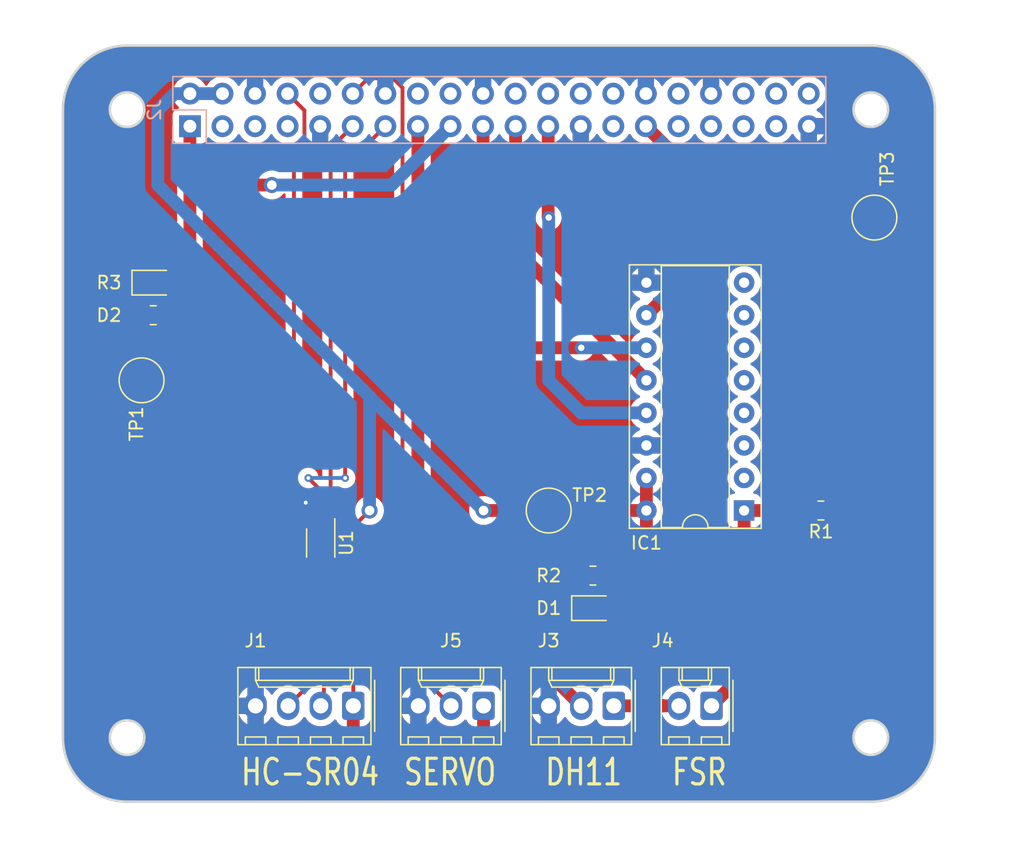
<source format=kicad_pcb>
(kicad_pcb (version 20221018) (generator pcbnew)
  (layers (0 "F.Cu" signal) (31 "B.Cu" signal) (34 "B.Paste" user) (35 "F.Paste" user) (36 "B.SilkS" user "B.Silkscreen") (37 "F.SilkS" user "F.Silkscreen") (38 "B.Mask" user) (39 "F.Mask" user) (44 "Edge.Cuts" user))
  (net 0 "")
  (net 1 "+5V")
  (net 2 "+3.3V")
  (net 5 "GND")
  (net 8 "/Trigger_3.3VTTL")
  (net 9 "/PWM_0")
  (net 10 "/Echo_3.3VTTL")
  (net 11 "/Data_3.3VTTL")
  (net 17 "/ConverterDir")
  (net 27 "/Echo_5VTTL")
  (net 28 "/Trigger_5VTTL")
  (net 29 "/ForceVoltage")
  (net 37 "/CS")
  (net 38 "/MOSI")
  (net 39 "/MISO")
  (net 40 "/SCLK")
  (net 41 "Net-(D1-K)")
  (net 42 "Net-(D2-K)")
  (footprint "Resistor_SMD:R_0805_2012Metric" (layer "F.Cu") (at 152.0425 66.04)
    (fp_text reference "R3" (at -3.4525 -2.54 180) (layer "F.SilkS"))
    (fp_text value "R600")
    (fp_line (start -0.227064 -0.735) (end 0.227064 -0.735) (stroke (width 0.12)) (layer "F.SilkS"))
    (fp_line (start -0.227064 0.735) (end 0.227064 0.735) (stroke (width 0.12)) (layer "F.SilkS"))
    (pad "1" smd roundrect (at -0.9125 0) (size 1.025 1.4) (layers "F.Cu" "F.Paste" "F.Mask") (roundrect_rratio 0.243902439) (net 42 "Net-(D2-K)"))
    (pad "2" smd roundrect (at 0.9125 0) (size 1.025 1.4) (layers "F.Cu" "F.Paste" "F.Mask") (roundrect_rratio 0.243902439) (net 5 "GND"))
  )
  (footprint "Connector_Molex:Molex_KK-254_AE-6410-03A_1x03_P2.54mm_Vertical" (layer "F.Cu") (at 177.8 96.52 180)
    (fp_text reference "J5" (at 2.54 5.08) (layer "F.SilkS"))
    (fp_text value "Conn_01x03")
    (fp_line (start -1.67 -2) (end -1.67 2) (stroke (width 0.12)) (layer "F.SilkS"))
    (fp_line (start -1.38 -3.03) (end -1.38 2.99) (stroke (width 0.12)) (layer "F.SilkS"))
    (fp_line (start -1.38 2.99) (end 6.46 2.99) (stroke (width 0.12)) (layer "F.SilkS"))
    (fp_line (start -0.8 -3.03) (end -0.8 -2.43) (stroke (width 0.12)) (layer "F.SilkS"))
    (fp_line (start -0.8 -2.43) (end 0.8 -2.43) (stroke (width 0.12)) (layer "F.SilkS"))
    (fp_line (start 0 1.99) (end 0.25 1.46) (stroke (width 0.12)) (layer "F.SilkS"))
    (fp_line (start 0 1.99) (end 5.08 1.99) (stroke (width 0.12)) (layer "F.SilkS"))
    (fp_line (start 0 2.99) (end 0 1.99) (stroke (width 0.12)) (layer "F.SilkS"))
    (fp_line (start 0.25 1.46) (end 4.83 1.46) (stroke (width 0.12)) (layer "F.SilkS"))
    (fp_line (start 0.25 2.99) (end 0.25 1.99) (stroke (width 0.12)) (layer "F.SilkS"))
    (fp_line (start 0.8 -2.43) (end 0.8 -3.03) (stroke (width 0.12)) (layer "F.SilkS"))
    (fp_line (start 1.74 -3.03) (end 1.74 -2.43) (stroke (width 0.12)) (layer "F.SilkS"))
    (fp_line (start 1.74 -2.43) (end 3.34 -2.43) (stroke (width 0.12)) (layer "F.SilkS"))
    (fp_line (start 3.34 -2.43) (end 3.34 -3.03) (stroke (width 0.12)) (layer "F.SilkS"))
    (fp_line (start 4.28 -3.03) (end 4.28 -2.43) (stroke (width 0.12)) (layer "F.SilkS"))
    (fp_line (start 4.28 -2.43) (end 5.88 -2.43) (stroke (width 0.12)) (layer "F.SilkS"))
    (fp_line (start 4.83 1.46) (end 5.08 1.99) (stroke (width 0.12)) (layer "F.SilkS"))
    (fp_line (start 4.83 2.99) (end 4.83 1.99) (stroke (width 0.12)) (layer "F.SilkS"))
    (fp_line (start 5.08 1.99) (end 5.08 2.99) (stroke (width 0.12)) (layer "F.SilkS"))
    (fp_line (start 5.88 -2.43) (end 5.88 -3.03) (stroke (width 0.12)) (layer "F.SilkS"))
    (fp_line (start 6.46 -3.03) (end -1.38 -3.03) (stroke (width 0.12)) (layer "F.SilkS"))
    (fp_line (start 6.46 2.99) (end 6.46 -3.03) (stroke (width 0.12)) (layer "F.SilkS"))
    (pad "1" thru_hole roundrect (at 0 0 180) (size 1.74 2.19) (drill 1.19) (layers "*.Cu" "*.Mask") (roundrect_rratio 0.1436781609) (net 1 "+5V"))
    (pad "2" thru_hole oval (at 2.54 0 180) (size 1.74 2.19) (drill 1.19) (layers "*.Cu" "*.Mask") (net 9 "/PWM_0"))
    (pad "3" thru_hole oval (at 5.08 0 180) (size 1.74 2.19) (drill 1.19) (layers "*.Cu" "*.Mask") (net 5 "GND"))
  )
  (footprint "TestPoint:TestPoint_Pad_D3.0mm" (layer "F.Cu") (at 151.13 71.12 -90)
    (fp_text reference "TP1" (at 3.4 0.4 90) (layer "F.SilkS"))
    (fp_text value "TestPoint")
    (fp_circle (center 0 0) (end 0 1.75) (stroke (width 0.12)) (fill none) (layer "F.SilkS"))
    (pad "1" smd circle (at 0 0 270) (size 3 3) (layers "F.Cu" "F.Mask") (net 1 "+5V"))
  )
  (footprint "Resistor_SMD:R_0805_2012Metric" (layer "F.Cu") (at 204.1125 81.28 180)
    (fp_text reference "R1" (at 0 -1.65) (layer "F.SilkS"))
    (fp_text value "10k")
    (fp_line (start -0.227064 -0.735) (end 0.227064 -0.735) (stroke (width 0.12)) (layer "F.SilkS"))
    (fp_line (start -0.227064 0.735) (end 0.227064 0.735) (stroke (width 0.12)) (layer "F.SilkS"))
    (pad "1" smd roundrect (at -0.9125 0 180) (size 1.025 1.4) (layers "F.Cu" "F.Paste" "F.Mask") (roundrect_rratio 0.243902439) (net 5 "GND"))
    (pad "2" smd roundrect (at 0.9125 0 180) (size 1.025 1.4) (layers "F.Cu" "F.Paste" "F.Mask") (roundrect_rratio 0.243902439) (net 29 "/ForceVoltage"))
  )
  (footprint "Package_SO:VSSOP-8_2.3x2mm_P0.5mm" (layer "F.Cu") (at 165.1 83.82 -90)
    (fp_text reference "U1" (at 0 -2 -270) (layer "F.SilkS"))
    (fp_text value "74LVC2T45DC")
    (fp_line (start 1.1 -1.1) (end -1.9 -1.1) (stroke (width 0.12)) (layer "F.SilkS"))
    (fp_line (start 1.1 1.1) (end -1.1 1.1) (stroke (width 0.12)) (layer "F.SilkS"))
    (pad "1" smd rect (at -1.55 -0.75 180) (size 0.3 0.8) (layers "F.Cu" "F.Paste" "F.Mask") (net 2 "+3.3V"))
    (pad "2" smd rect (at -1.55 -0.25 180) (size 0.3 0.8) (layers "F.Cu" "F.Paste" "F.Mask") (net 8 "/Trigger_3.3VTTL"))
    (pad "3" smd rect (at -1.55 0.25 180) (size 0.3 0.8) (layers "F.Cu" "F.Paste" "F.Mask") (net 10 "/Echo_3.3VTTL"))
    (pad "4" smd rect (at -1.55 0.75 180) (size 0.3 0.8) (layers "F.Cu" "F.Paste" "F.Mask") (net 5 "GND"))
    (pad "5" smd rect (at 1.55 0.75 180) (size 0.3 0.8) (layers "F.Cu" "F.Paste" "F.Mask") (net 17 "/ConverterDir"))
    (pad "6" smd rect (at 1.55 0.25 180) (size 0.3 0.8) (layers "F.Cu" "F.Paste" "F.Mask") (net 27 "/Echo_5VTTL"))
    (pad "7" smd rect (at 1.55 -0.25 180) (size 0.3 0.8) (layers "F.Cu" "F.Paste" "F.Mask") (net 28 "/Trigger_5VTTL"))
    (pad "8" smd rect (at 1.55 -0.75 180) (size 0.3 0.8) (layers "F.Cu" "F.Paste" "F.Mask") (net 1 "+5V"))
  )
  (footprint "Resistor_SMD:R_0805_2012Metric" (layer "F.Cu") (at 186.3325 86.36)
    (fp_text reference "R2" (at -3.4525 0 180) (layer "F.SilkS"))
    (fp_text value "R300")
    (fp_line (start -0.227064 -0.735) (end 0.227064 -0.735) (stroke (width 0.12)) (layer "F.SilkS"))
    (fp_line (start -0.227064 0.735) (end 0.227064 0.735) (stroke (width 0.12)) (layer "F.SilkS"))
    (pad "1" smd roundrect (at -0.9125 0) (size 1.025 1.4) (layers "F.Cu" "F.Paste" "F.Mask") (roundrect_rratio 0.243902439) (net 41 "Net-(D1-K)"))
    (pad "2" smd roundrect (at 0.9125 0) (size 1.025 1.4) (layers "F.Cu" "F.Paste" "F.Mask") (roundrect_rratio 0.243902439) (net 5 "GND"))
  )
  (footprint "Package_DIP:DIP-16_W7.62mm_Socket" (layer "F.Cu") (at 198.12 81.28 180)
    (fp_text reference "IC1" (at 7.62 -2.53) (layer "F.SilkS"))
    (fp_text value "MCP3008-I_SL")
    (fp_line (start -1.33 -1.39) (end -1.33 19.17) (stroke (width 0.12)) (layer "F.SilkS"))
    (fp_line (start -1.33 19.17) (end 8.95 19.17) (stroke (width 0.12)) (layer "F.SilkS"))
    (fp_line (start 1.16 -1.33) (end 1.16 19.11) (stroke (width 0.12)) (layer "F.SilkS"))
    (fp_line (start 1.16 19.11) (end 6.46 19.11) (stroke (width 0.12)) (layer "F.SilkS"))
    (fp_line (start 2.81 -1.33) (end 1.16 -1.33) (stroke (width 0.12)) (layer "F.SilkS"))
    (fp_line (start 6.46 -1.33) (end 4.81 -1.33) (stroke (width 0.12)) (layer "F.SilkS"))
    (fp_line (start 6.46 19.11) (end 6.46 -1.33) (stroke (width 0.12)) (layer "F.SilkS"))
    (fp_line (start 8.95 -1.39) (end -1.33 -1.39) (stroke (width 0.12)) (layer "F.SilkS"))
    (fp_line (start 8.95 19.17) (end 8.95 -1.39) (stroke (width 0.12)) (layer "F.SilkS"))
    (fp_arc (start 4.81 -1.33) (mid 3.81 -0.33) (end 2.81 -1.33) (stroke (width 0.12)) (layer "F.SilkS"))
    (pad "1" thru_hole rect (at 0 0 180) (size 1.6 1.6) (drill 0.8) (layers "*.Cu" "*.Mask") (net 29 "/ForceVoltage"))
    (pad "2" thru_hole oval (at 0 2.54 180) (size 1.6 1.6) (drill 0.8) (layers "*.Cu" "*.Mask"))
    (pad "3" thru_hole oval (at 0 5.08 180) (size 1.6 1.6) (drill 0.8) (layers "*.Cu" "*.Mask"))
    (pad "4" thru_hole oval (at 0 7.62 180) (size 1.6 1.6) (drill 0.8) (layers "*.Cu" "*.Mask"))
    (pad "5" thru_hole oval (at 0 10.16 180) (size 1.6 1.6) (drill 0.8) (layers "*.Cu" "*.Mask"))
    (pad "6" thru_hole oval (at 0 12.7 180) (size 1.6 1.6) (drill 0.8) (layers "*.Cu" "*.Mask"))
    (pad "7" thru_hole oval (at 0 15.24 180) (size 1.6 1.6) (drill 0.8) (layers "*.Cu" "*.Mask"))
    (pad "8" thru_hole oval (at 0 17.78 180) (size 1.6 1.6) (drill 0.8) (layers "*.Cu" "*.Mask"))
    (pad "9" thru_hole oval (at 7.62 17.78 180) (size 1.6 1.6) (drill 0.8) (layers "*.Cu" "*.Mask") (net 5 "GND"))
    (pad "10" thru_hole oval (at 7.62 15.24 180) (size 1.6 1.6) (drill 0.8) (layers "*.Cu" "*.Mask") (net 37 "/CS"))
    (pad "11" thru_hole oval (at 7.62 12.7 180) (size 1.6 1.6) (drill 0.8) (layers "*.Cu" "*.Mask") (net 38 "/MOSI"))
    (pad "12" thru_hole oval (at 7.62 10.16 180) (size 1.6 1.6) (drill 0.8) (layers "*.Cu" "*.Mask") (net 39 "/MISO"))
    (pad "13" thru_hole oval (at 7.62 7.62 180) (size 1.6 1.6) (drill 0.8) (layers "*.Cu" "*.Mask") (net 40 "/SCLK"))
    (pad "14" thru_hole oval (at 7.62 5.08 180) (size 1.6 1.6) (drill 0.8) (layers "*.Cu" "*.Mask") (net 5 "GND"))
    (pad "15" thru_hole oval (at 7.62 2.54 180) (size 1.6 1.6) (drill 0.8) (layers "*.Cu" "*.Mask") (net 2 "+3.3V"))
    (pad "16" thru_hole oval (at 7.62 0 180) (size 1.6 1.6) (drill 0.8) (layers "*.Cu" "*.Mask") (net 2 "+3.3V"))
  )
  (footprint "LED_SMD:LED_0805_2012Metric" (layer "F.Cu") (at 186.3575 88.9)
    (fp_text reference "D1" (at -3.4775 0 180) (layer "F.SilkS"))
    (fp_text value "LED")
    (fp_line (start -1.685 -0.96) (end -1.685 0.96) (stroke (width 0.12)) (layer "F.SilkS"))
    (fp_line (start -1.685 0.96) (end 1 0.96) (stroke (width 0.12)) (layer "F.SilkS"))
    (fp_line (start 1 -0.96) (end -1.685 -0.96) (stroke (width 0.12)) (layer "F.SilkS"))
    (pad "1" smd roundrect (at -0.9375 0) (size 0.975 1.4) (layers "F.Cu" "F.Paste" "F.Mask") (net 41 "Net-(D1-K)"))
    (pad "2" smd roundrect (at 0.9375 0) (size 0.975 1.4) (layers "F.Cu" "F.Paste" "F.Mask") (net 2 "+3.3V"))
  )
  (footprint "LED_SMD:LED_0805_2012Metric" (layer "F.Cu") (at 152.0675 63.5)
    (fp_text reference "D2" (at -3.4775 2.54 180) (layer "F.SilkS"))
    (fp_text value "LED")
    (fp_line (start -1.685 -0.96) (end -1.685 0.96) (stroke (width 0.12)) (layer "F.SilkS"))
    (fp_line (start -1.685 0.96) (end 1 0.96) (stroke (width 0.12)) (layer "F.SilkS"))
    (fp_line (start 1 -0.96) (end -1.685 -0.96) (stroke (width 0.12)) (layer "F.SilkS"))
    (pad "1" smd roundrect (at -0.9375 0) (size 0.975 1.4) (layers "F.Cu" "F.Paste" "F.Mask") (net 42 "Net-(D2-K)"))
    (pad "2" smd roundrect (at 0.9375 0) (size 0.975 1.4) (layers "F.Cu" "F.Paste" "F.Mask") (net 1 "+5V"))
  )
  (footprint "Connector_Molex:Molex_KK-254_AE-6410-04A_1x04_P2.54mm_Vertical" (layer "F.Cu") (at 167.64 96.52 180)
    (fp_text reference "J1" (at 7.62 5.08 180) (layer "F.SilkS"))
    (fp_text value "Conn_01x04")
    (fp_line (start -1.67 -2) (end -1.67 2) (stroke (width 0.12)) (layer "F.SilkS"))
    (fp_line (start -1.38 -3.03) (end -1.38 2.99) (stroke (width 0.12)) (layer "F.SilkS"))
    (fp_line (start -1.38 2.99) (end 9 2.99) (stroke (width 0.12)) (layer "F.SilkS"))
    (fp_line (start -0.8 -3.03) (end -0.8 -2.43) (stroke (width 0.12)) (layer "F.SilkS"))
    (fp_line (start -0.8 -2.43) (end 0.8 -2.43) (stroke (width 0.12)) (layer "F.SilkS"))
    (fp_line (start 0 1.99) (end 0.25 1.46) (stroke (width 0.12)) (layer "F.SilkS"))
    (fp_line (start 0 1.99) (end 7.62 1.99) (stroke (width 0.12)) (layer "F.SilkS"))
    (fp_line (start 0 2.99) (end 0 1.99) (stroke (width 0.12)) (layer "F.SilkS"))
    (fp_line (start 0.25 1.46) (end 7.37 1.46) (stroke (width 0.12)) (layer "F.SilkS"))
    (fp_line (start 0.25 2.99) (end 0.25 1.99) (stroke (width 0.12)) (layer "F.SilkS"))
    (fp_line (start 0.8 -2.43) (end 0.8 -3.03) (stroke (width 0.12)) (layer "F.SilkS"))
    (fp_line (start 1.74 -3.03) (end 1.74 -2.43) (stroke (width 0.12)) (layer "F.SilkS"))
    (fp_line (start 1.74 -2.43) (end 3.34 -2.43) (stroke (width 0.12)) (layer "F.SilkS"))
    (fp_line (start 3.34 -2.43) (end 3.34 -3.03) (stroke (width 0.12)) (layer "F.SilkS"))
    (fp_line (start 4.28 -3.03) (end 4.28 -2.43) (stroke (width 0.12)) (layer "F.SilkS"))
    (fp_line (start 4.28 -2.43) (end 5.88 -2.43) (stroke (width 0.12)) (layer "F.SilkS"))
    (fp_line (start 5.88 -2.43) (end 5.88 -3.03) (stroke (width 0.12)) (layer "F.SilkS"))
    (fp_line (start 6.82 -3.03) (end 6.82 -2.43) (stroke (width 0.12)) (layer "F.SilkS"))
    (fp_line (start 6.82 -2.43) (end 8.42 -2.43) (stroke (width 0.12)) (layer "F.SilkS"))
    (fp_line (start 7.37 1.46) (end 7.62 1.99) (stroke (width 0.12)) (layer "F.SilkS"))
    (fp_line (start 7.37 2.99) (end 7.37 1.99) (stroke (width 0.12)) (layer "F.SilkS"))
    (fp_line (start 7.62 1.99) (end 7.62 2.99) (stroke (width 0.12)) (layer "F.SilkS"))
    (fp_line (start 8.42 -2.43) (end 8.42 -3.03) (stroke (width 0.12)) (layer "F.SilkS"))
    (fp_line (start 9 -3.03) (end -1.38 -3.03) (stroke (width 0.12)) (layer "F.SilkS"))
    (fp_line (start 9 2.99) (end 9 -3.03) (stroke (width 0.12)) (layer "F.SilkS"))
    (pad "1" thru_hole roundrect (at 0 0 180) (size 1.74 2.19) (drill 1.19) (layers "*.Cu" "*.Mask") (roundrect_rratio 0.1436781609) (net 1 "+5V"))
    (pad "2" thru_hole oval (at 2.54 0 180) (size 1.74 2.19) (drill 1.19) (layers "*.Cu" "*.Mask") (net 28 "/Trigger_5VTTL"))
    (pad "3" thru_hole oval (at 5.08 0 180) (size 1.74 2.19) (drill 1.19) (layers "*.Cu" "*.Mask") (net 27 "/Echo_5VTTL"))
    (pad "4" thru_hole oval (at 7.62 0 180) (size 1.74 2.19) (drill 1.19) (layers "*.Cu" "*.Mask") (net 5 "GND"))
  )
  (footprint "Connector_Molex:Molex_KK-254_AE-6410-03A_1x03_P2.54mm_Vertical" (layer "F.Cu") (at 187.96 96.52 180)
    (fp_text reference "J3" (at 5.08 5.08 180) (layer "F.SilkS"))
    (fp_text value "Conn_01x03")
    (fp_line (start -1.67 -2) (end -1.67 2) (stroke (width 0.12)) (layer "F.SilkS"))
    (fp_line (start -1.38 -3.03) (end -1.38 2.99) (stroke (width 0.12)) (layer "F.SilkS"))
    (fp_line (start -1.38 2.99) (end 6.46 2.99) (stroke (width 0.12)) (layer "F.SilkS"))
    (fp_line (start -0.8 -3.03) (end -0.8 -2.43) (stroke (width 0.12)) (layer "F.SilkS"))
    (fp_line (start -0.8 -2.43) (end 0.8 -2.43) (stroke (width 0.12)) (layer "F.SilkS"))
    (fp_line (start 0 1.99) (end 0.25 1.46) (stroke (width 0.12)) (layer "F.SilkS"))
    (fp_line (start 0 1.99) (end 5.08 1.99) (stroke (width 0.12)) (layer "F.SilkS"))
    (fp_line (start 0 2.99) (end 0 1.99) (stroke (width 0.12)) (layer "F.SilkS"))
    (fp_line (start 0.25 1.46) (end 4.83 1.46) (stroke (width 0.12)) (layer "F.SilkS"))
    (fp_line (start 0.25 2.99) (end 0.25 1.99) (stroke (width 0.12)) (layer "F.SilkS"))
    (fp_line (start 0.8 -2.43) (end 0.8 -3.03) (stroke (width 0.12)) (layer "F.SilkS"))
    (fp_line (start 1.74 -3.03) (end 1.74 -2.43) (stroke (width 0.12)) (layer "F.SilkS"))
    (fp_line (start 1.74 -2.43) (end 3.34 -2.43) (stroke (width 0.12)) (layer "F.SilkS"))
    (fp_line (start 3.34 -2.43) (end 3.34 -3.03) (stroke (width 0.12)) (layer "F.SilkS"))
    (fp_line (start 4.28 -3.03) (end 4.28 -2.43) (stroke (width 0.12)) (layer "F.SilkS"))
    (fp_line (start 4.28 -2.43) (end 5.88 -2.43) (stroke (width 0.12)) (layer "F.SilkS"))
    (fp_line (start 4.83 1.46) (end 5.08 1.99) (stroke (width 0.12)) (layer "F.SilkS"))
    (fp_line (start 4.83 2.99) (end 4.83 1.99) (stroke (width 0.12)) (layer "F.SilkS"))
    (fp_line (start 5.08 1.99) (end 5.08 2.99) (stroke (width 0.12)) (layer "F.SilkS"))
    (fp_line (start 5.88 -2.43) (end 5.88 -3.03) (stroke (width 0.12)) (layer "F.SilkS"))
    (fp_line (start 6.46 -3.03) (end -1.38 -3.03) (stroke (width 0.12)) (layer "F.SilkS"))
    (fp_line (start 6.46 2.99) (end 6.46 -3.03) (stroke (width 0.12)) (layer "F.SilkS"))
    (pad "1" thru_hole roundrect (at 0 0 180) (size 1.74 2.19) (drill 1.19) (layers "*.Cu" "*.Mask") (roundrect_rratio 0.1436781609) (net 2 "+3.3V"))
    (pad "2" thru_hole oval (at 2.54 0 180) (size 1.74 2.19) (drill 1.19) (layers "*.Cu" "*.Mask") (net 11 "/Data_3.3VTTL"))
    (pad "3" thru_hole oval (at 5.08 0 180) (size 1.74 2.19) (drill 1.19) (layers "*.Cu" "*.Mask") (net 5 "GND"))
  )
  (footprint "TestPoint:TestPoint_Pad_D3.0mm" (layer "F.Cu") (at 208.28 58.42 90)
    (fp_text reference "TP3" (at 3.8 1 90) (layer "F.SilkS"))
    (fp_text value "TestPoint")
    (fp_circle (center 0 0) (end 0 1.75) (stroke (width 0.12)) (fill none) (layer "F.SilkS"))
    (pad "1" smd circle (at 0 0 90) (size 3 3) (layers "F.Cu" "F.Mask") (net 5 "GND"))
  )
  (footprint "TestPoint:TestPoint_Pad_D3.0mm" (layer "F.Cu") (at 182.88 81.28)
    (fp_text reference "TP2" (at 3.2 -1.2) (layer "F.SilkS"))
    (fp_text value "TestPoint")
    (fp_circle (center 0 0) (end 0 1.75) (stroke (width 0.12)) (fill none) (layer "F.SilkS"))
    (pad "1" smd circle (at 0 0) (size 3 3) (layers "F.Cu" "F.Mask") (net 2 "+3.3V"))
  )
  (footprint "Connector_Molex:Molex_KK-254_AE-6410-02A_1x02_P2.54mm_Vertical" (layer "F.Cu") (at 195.58 96.52 180)
    (fp_text reference "J4" (at 3.81 5.08 180) (layer "F.SilkS"))
    (fp_text value "Conn_01x02")
    (fp_line (start -1.67 -2) (end -1.67 2) (stroke (width 0.12)) (layer "F.SilkS"))
    (fp_line (start -1.38 -3.03) (end -1.38 2.99) (stroke (width 0.12)) (layer "F.SilkS"))
    (fp_line (start -1.38 2.99) (end 3.92 2.99) (stroke (width 0.12)) (layer "F.SilkS"))
    (fp_line (start -0.8 -3.03) (end -0.8 -2.43) (stroke (width 0.12)) (layer "F.SilkS"))
    (fp_line (start -0.8 -2.43) (end 0.8 -2.43) (stroke (width 0.12)) (layer "F.SilkS"))
    (fp_line (start 0 1.99) (end 0.25 1.46) (stroke (width 0.12)) (layer "F.SilkS"))
    (fp_line (start 0 1.99) (end 2.54 1.99) (stroke (width 0.12)) (layer "F.SilkS"))
    (fp_line (start 0 2.99) (end 0 1.99) (stroke (width 0.12)) (layer "F.SilkS"))
    (fp_line (start 0.25 1.46) (end 2.29 1.46) (stroke (width 0.12)) (layer "F.SilkS"))
    (fp_line (start 0.25 2.99) (end 0.25 1.99) (stroke (width 0.12)) (layer "F.SilkS"))
    (fp_line (start 0.8 -2.43) (end 0.8 -3.03) (stroke (width 0.12)) (layer "F.SilkS"))
    (fp_line (start 1.74 -3.03) (end 1.74 -2.43) (stroke (width 0.12)) (layer "F.SilkS"))
    (fp_line (start 1.74 -2.43) (end 3.34 -2.43) (stroke (width 0.12)) (layer "F.SilkS"))
    (fp_line (start 2.29 1.46) (end 2.54 1.99) (stroke (width 0.12)) (layer "F.SilkS"))
    (fp_line (start 2.29 2.99) (end 2.29 1.99) (stroke (width 0.12)) (layer "F.SilkS"))
    (fp_line (start 2.54 1.99) (end 2.54 2.99) (stroke (width 0.12)) (layer "F.SilkS"))
    (fp_line (start 3.34 -2.43) (end 3.34 -3.03) (stroke (width 0.12)) (layer "F.SilkS"))
    (fp_line (start 3.92 -3.03) (end -1.38 -3.03) (stroke (width 0.12)) (layer "F.SilkS"))
    (fp_line (start 3.92 2.99) (end 3.92 -3.03) (stroke (width 0.12)) (layer "F.SilkS"))
    (pad "1" thru_hole roundrect (at 0 0 180) (size 1.74 2.19) (drill 1.19) (layers "*.Cu" "*.Mask") (roundrect_rratio 0.1436781609) (net 29 "/ForceVoltage"))
    (pad "2" thru_hole oval (at 2.54 0 180) (size 1.74 2.19) (drill 1.19) (layers "*.Cu" "*.Mask") (net 2 "+3.3V"))
  )
  (footprint "Connector_PinSocket_2.54mm:PinSocket_2x20_P2.54mm_Vertical" (layer "B.Cu") (at 154.9 51.29 -90)
    (fp_text reference "J2" (at -1.27 2.77 -270) (layer "B.SilkS") (effects (justify mirror)))
    (fp_text value "Conn_02x20_Odd_Even")
    (fp_line (start -3.87 -49.59) (end 1.33 -49.59) (stroke (width 0.12)) (layer "B.SilkS"))
    (fp_line (start -3.87 1.33) (end -3.87 -49.59) (stroke (width 0.12)) (layer "B.SilkS"))
    (fp_line (start -3.87 1.33) (end -1.27 1.33) (stroke (width 0.12)) (layer "B.SilkS"))
    (fp_line (start -1.27 -1.27) (end 1.33 -1.27) (stroke (width 0.12)) (layer "B.SilkS"))
    (fp_line (start -1.27 1.33) (end -1.27 -1.27) (stroke (width 0.12)) (layer "B.SilkS"))
    (fp_line (start 0 1.33) (end 1.33 1.33) (stroke (width 0.12)) (layer "B.SilkS"))
    (fp_line (start 1.33 -1.27) (end 1.33 -49.59) (stroke (width 0.12)) (layer "B.SilkS"))
    (fp_line (start 1.33 1.33) (end 1.33 0) (stroke (width 0.12)) (layer "B.SilkS"))
    (pad "1" thru_hole rect locked (at 0 0 270) (size 1.7 1.7) (drill 1) (layers "*.Cu" "*.Mask") (net 1 "+5V"))
    (pad "2" thru_hole oval locked (at -2.54 0 270) (size 1.7 1.7) (drill 1) (layers "*.Cu" "*.Mask") (net 2 "+3.3V"))
    (pad "3" thru_hole oval locked (at 0 -2.54 270) (size 1.7 1.7) (drill 1) (layers "*.Cu" "*.Mask"))
    (pad "4" thru_hole oval locked (at -2.54 -2.54 270) (size 1.7 1.7) (drill 1) (layers "*.Cu" "*.Mask") (net 2 "+3.3V"))
    (pad "5" thru_hole oval locked (at 0 -5.08 270) (size 1.7 1.7) (drill 1) (layers "*.Cu" "*.Mask"))
    (pad "6" thru_hole oval locked (at -2.54 -5.08 270) (size 1.7 1.7) (drill 1) (layers "*.Cu" "*.Mask") (net 5 "GND"))
    (pad "7" thru_hole oval locked (at 0 -7.62 270) (size 1.7 1.7) (drill 1) (layers "*.Cu" "*.Mask"))
    (pad "8" thru_hole oval locked (at -2.54 -7.62 270) (size 1.7 1.7) (drill 1) (layers "*.Cu" "*.Mask") (net 17 "/ConverterDir"))
    (pad "9" thru_hole oval locked (at 0 -10.16 270) (size 1.7 1.7) (drill 1) (layers "*.Cu" "*.Mask") (net 5 "GND"))
    (pad "10" thru_hole oval locked (at -2.54 -10.16 270) (size 1.7 1.7) (drill 1) (layers "*.Cu" "*.Mask"))
    (pad "11" thru_hole oval locked (at 0 -12.7 270) (size 1.7 1.7) (drill 1) (layers "*.Cu" "*.Mask") (net 8 "/Trigger_3.3VTTL"))
    (pad "12" thru_hole oval locked (at -2.54 -12.7 270) (size 1.7 1.7) (drill 1) (layers "*.Cu" "*.Mask") (net 9 "/PWM_0"))
    (pad "13" thru_hole oval locked (at 0 -15.24 270) (size 1.7 1.7) (drill 1) (layers "*.Cu" "*.Mask") (net 10 "/Echo_3.3VTTL"))
    (pad "14" thru_hole oval locked (at -2.54 -15.24 270) (size 1.7 1.7) (drill 1) (layers "*.Cu" "*.Mask") (net 5 "GND"))
    (pad "15" thru_hole oval locked (at 0 -17.78 270) (size 1.7 1.7) (drill 1) (layers "*.Cu" "*.Mask") (net 11 "/Data_3.3VTTL"))
    (pad "16" thru_hole oval locked (at -2.54 -17.78 270) (size 1.7 1.7) (drill 1) (layers "*.Cu" "*.Mask"))
    (pad "17" thru_hole oval locked (at 0 -20.32 270) (size 1.7 1.7) (drill 1) (layers "*.Cu" "*.Mask") (net 1 "+5V"))
    (pad "18" thru_hole oval locked (at -2.54 -20.32 270) (size 1.7 1.7) (drill 1) (layers "*.Cu" "*.Mask"))
    (pad "19" thru_hole oval locked (at 0 -22.86 270) (size 1.7 1.7) (drill 1) (layers "*.Cu" "*.Mask") (net 38 "/MOSI"))
    (pad "20" thru_hole oval locked (at -2.54 -22.86 270) (size 1.7 1.7) (drill 1) (layers "*.Cu" "*.Mask") (net 5 "GND"))
    (pad "21" thru_hole oval locked (at 0 -25.4 270) (size 1.7 1.7) (drill 1) (layers "*.Cu" "*.Mask") (net 39 "/MISO"))
    (pad "22" thru_hole oval locked (at -2.54 -25.4 270) (size 1.7 1.7) (drill 1) (layers "*.Cu" "*.Mask"))
    (pad "23" thru_hole oval locked (at 0 -27.94 270) (size 1.7 1.7) (drill 1) (layers "*.Cu" "*.Mask") (net 40 "/SCLK"))
    (pad "24" thru_hole oval locked (at -2.54 -27.94 270) (size 1.7 1.7) (drill 1) (layers "*.Cu" "*.Mask"))
    (pad "25" thru_hole oval locked (at 0 -30.48 270) (size 1.7 1.7) (drill 1) (layers "*.Cu" "*.Mask") (net 5 "GND"))
    (pad "26" thru_hole oval locked (at -2.54 -30.48 270) (size 1.7 1.7) (drill 1) (layers "*.Cu" "*.Mask"))
    (pad "27" thru_hole oval locked (at 0 -33.02 270) (size 1.7 1.7) (drill 1) (layers "*.Cu" "*.Mask"))
    (pad "28" thru_hole oval locked (at -2.54 -33.02 270) (size 1.7 1.7) (drill 1) (layers "*.Cu" "*.Mask"))
    (pad "29" thru_hole oval locked (at 0 -35.56 270) (size 1.7 1.7) (drill 1) (layers "*.Cu" "*.Mask") (net 37 "/CS"))
    (pad "30" thru_hole oval locked (at -2.54 -35.56 270) (size 1.7 1.7) (drill 1) (layers "*.Cu" "*.Mask") (net 5 "GND"))
    (pad "31" thru_hole oval locked (at 0 -38.1 270) (size 1.7 1.7) (drill 1) (layers "*.Cu" "*.Mask"))
    (pad "32" thru_hole oval locked (at -2.54 -38.1 270) (size 1.7 1.7) (drill 1) (layers "*.Cu" "*.Mask"))
    (pad "33" thru_hole oval locked (at 0 -40.64 270) (size 1.7 1.7) (drill 1) (layers "*.Cu" "*.Mask"))
    (pad "34" thru_hole oval locked (at -2.54 -40.64 270) (size 1.7 1.7) (drill 1) (layers "*.Cu" "*.Mask") (net 5 "GND"))
    (pad "35" thru_hole oval locked (at 0 -43.18 270) (size 1.7 1.7) (drill 1) (layers "*.Cu" "*.Mask"))
    (pad "36" thru_hole oval locked (at -2.54 -43.18 270) (size 1.7 1.7) (drill 1) (layers "*.Cu" "*.Mask"))
    (pad "37" thru_hole oval locked (at 0 -45.72 270) (size 1.7 1.7) (drill 1) (layers "*.Cu" "*.Mask"))
    (pad "38" thru_hole oval locked (at -2.54 -45.72 270) (size 1.7 1.7) (drill 1) (layers "*.Cu" "*.Mask"))
    (pad "39" thru_hole oval locked (at 0 -48.26 270) (size 1.7 1.7) (drill 1) (layers "*.Cu" "*.Mask") (net 5 "GND"))
    (pad "40" thru_hole oval locked (at -2.54 -48.26 270) (size 1.7 1.7) (drill 1) (layers "*.Cu" "*.Mask"))
  )
  (gr_arc locked (start 212.999998 99) (mid 211.535532 102.535534) (end 207.999998 104) (stroke (width 0.2)) (layer "Edge.Cuts"))
  (gr_line locked (start 145 99) (end 145 50) (stroke (width 0.2)) (layer "Edge.Cuts"))
  (gr_line locked (start 150 45) (end 208 45) (stroke (width 0.2)) (layer "Edge.Cuts"))
  (gr_line locked (start 213 99) (end 213 50) (stroke (width 0.2)) (layer "Edge.Cuts"))
  (gr_circle locked (center 150 50) (end 151.35 50) (stroke (width 0.2)) (fill none) (layer "Edge.Cuts"))
  (gr_line locked (start 213 50) (end 213 50) (stroke (width 0.2)) (layer "Edge.Cuts"))
  (gr_arc locked (start 145.000002 50) (mid 146.464468 46.464466) (end 150.000002 45) (stroke (width 0.2)) (layer "Edge.Cuts"))
  (gr_circle locked (center 208 99) (end 209.35 99) (stroke (width 0.2)) (fill none) (layer "Edge.Cuts"))
  (gr_arc locked (start 150 103.999998) (mid 146.464466 102.535532) (end 145 98.999998) (stroke (width 0.2)) (layer "Edge.Cuts"))
  (gr_circle locked (center 150.000001 98.999997) (end 151.350001 98.999997) (stroke (width 0.2)) (fill none) (layer "Edge.Cuts"))
  (gr_circle locked (center 208 50) (end 209.35 50) (stroke (width 0.2)) (fill none) (layer "Edge.Cuts"))
  (gr_line locked (start 149.999998 104) (end 207.999998 104) (stroke (width 0.2)) (layer "Edge.Cuts"))
  (gr_arc locked (start 208 45) (mid 211.535533 46.464466) (end 213 50) (stroke (width 0.2)) (layer "Edge.Cuts"))
  (gr_text "SERVO" (at 171.45 102.87) (layer "F.SilkS") (effects (font (size 2 1.5) (thickness 0.25)) (justify left bottom)))
  (gr_text "HC-SR04" (at 158.75 102.87) (layer "F.SilkS") (effects (font (size 2 1.5) (thickness 0.25)) (justify left bottom)))
  (gr_text "DH11" (at 182.48 102.87) (layer "F.SilkS") (effects (font (size 2 1.5) (thickness 0.25)) (justify left bottom)))
  (gr_text "FSR" (at 192.36 102.87) (layer "F.SilkS") (effects (font (size 2 1.5) (thickness 0.25)) (justify left bottom)))
  (segment (start 177.8 99.06) (end 177.8 96.52) (width 1) (layer "F.Cu") (net 1))
  (segment (start 153.005 63.5) (end 154.9 63.5) (width 1) (layer "F.Cu") (net 1))
  (segment (start 154.9 93.845315) (end 154.94 93.885315) (width 1) (layer "F.Cu") (net 1))
  (segment (start 167.64 87.16) (end 167.64 96.52) (width 0.3) (layer "F.Cu") (net 1))
  (segment (start 175.26 101.6) (end 177.8 99.06) (width 1) (layer "F.Cu") (net 1))
  (segment (start 156.21 101.6) (end 167.64 101.6) (width 1) (layer "F.Cu") (net 1))
  (segment (start 154.94 100.33) (end 156.21 101.6) (width 1) (layer "F.Cu") (net 1))
  (segment (start 154.94 93.885315) (end 154.94 100.33) (width 1) (layer "F.Cu") (net 1))
  (segment (start 154.9 55.88) (end 154.9 51.29) (width 1) (layer "F.Cu") (net 1))
  (segment (start 154.9 71.12) (end 154.9 93.845315) (width 1) (layer "F.Cu") (net 1))
  (segment (start 167.64 101.6) (end 175.26 101.6) (width 1) (layer "F.Cu") (net 1))
  (segment (start 151.13 71.12) (end 154.9 71.12) (width 1) (layer "F.Cu") (net 1))
  (segment (start 167.64 96.52) (end 167.64 101.6) (width 1) (layer "F.Cu") (net 1))
  (segment (start 154.9 63.5) (end 154.9 71.12) (width 1) (layer "F.Cu") (net 1))
  (segment (start 154.9 55.88) (end 154.9 63.5) (width 1) (layer "F.Cu") (net 1))
  (segment (start 165.85 85.37) (end 167.64 87.16) (width 0.3) (layer "F.Cu") (net 1))
  (segment (start 161.29 55.88) (end 154.9 55.88) (width 1) (layer "F.Cu") (net 1))
  (via (at 161.29 55.88) (size 1.25) (drill 0.75) (layers "F.Cu" "B.Cu") (net 1))
  (segment (start 170.63 55.88) (end 161.29 55.88) (width 1) (layer "B.Cu") (net 1))
  (segment (start 175.22 51.29) (end 170.63 55.88) (width 1) (layer "B.Cu") (net 1))
  (segment (start 187.96 96.52) (end 190.5 96.52) (width 1) (layer "F.Cu") (net 2))
  (segment (start 177.8 81.28) (end 182.88 81.28) (width 1) (layer "F.Cu") (net 2))
  (segment (start 191.72 96.47) (end 191.77 96.52) (width 1) (layer "F.Cu") (net 2))
  (segment (start 190.5 78.74) (end 190.5 81.28) (width 1) (layer "F.Cu") (net 2))
  (segment (start 190.5 81.28) (end 190.5 88.9) (width 1) (layer "F.Cu") (net 2))
  (segment (start 165.85 82.27) (end 167.92 82.27) (width 0.3) (layer "F.Cu") (net 2))
  (segment (start 167.92 82.27) (end 168.91 81.28) (width 0.3) (layer "F.Cu") (net 2))
  (segment (start 190.5 96.52) (end 191.77 96.52) (width 1) (layer "F.Cu") (net 2))
  (segment (start 187.295 88.9) (end 190.5 88.9) (width 1) (layer "F.Cu") (net 2))
  (segment (start 190.5 88.9) (end 190.5 96.52) (width 1) (layer "F.Cu") (net 2))
  (segment (start 191.77 96.52) (end 193.04 96.52) (width 1) (layer "F.Cu") (net 2))
  (segment (start 182.88 81.28) (end 190.5 81.28) (width 1) (layer "F.Cu") (net 2))
  (via (at 168.91 81.28) (size 1.25) (drill 0.75) (layers "F.Cu" "B.Cu") (net 2))
  (via (at 177.8 81.28) (size 1.25) (drill 0.75) (layers "F.Cu" "B.Cu") (net 2))
  (segment (start 157.44 48.75) (end 154.9 48.75) (width 1) (layer "B.Cu") (net 2))
  (segment (start 167.64 71.12) (end 177.8 81.28) (width 1) (layer "B.Cu") (net 2))
  (segment (start 154.9 48.75) (end 153.697919 48.75) (width 1) (layer "B.Cu") (net 2))
  (segment (start 167.64 71.12) (end 168.91 72.39) (width 1) (layer "B.Cu") (net 2))
  (segment (start 153.697919 48.75) (end 152.4 50.047919) (width 1) (layer "B.Cu") (net 2))
  (segment (start 168.91 72.39) (end 168.91 81.28) (width 1) (layer "B.Cu") (net 2))
  (segment (start 152.4 50.047919) (end 152.4 55.88) (width 1) (layer "B.Cu") (net 2))
  (segment (start 152.4 55.88) (end 167.64 71.12) (width 1) (layer "B.Cu") (net 2))
  (segment (start 164.35 81.083034) (end 163.933259 80.666293) (width 0.3) (layer "F.Cu") (net 5))
  (segment (start 164.35 82.27) (end 164.35 81.083034) (width 0.3) (layer "F.Cu") (net 5))
  (via (at 163.933259 80.666293) (size 0.6) (drill 0.3) (layers "F.Cu" "B.Cu") (net 5))
  (segment (start 165.872921 81.116437) (end 165.872921 53.017079) (width 0.3) (layer "F.Cu") (net 8))
  (segment (start 165.35 82.27) (end 165.35 81.639358) (width 0.3) (layer "F.Cu") (net 8))
  (segment (start 165.35 81.639358) (end 165.872921 81.116437) (width 0.3) (layer "F.Cu") (net 8))
  (segment (start 165.872921 53.017079) (end 167.6 51.29) (width 0.3) (layer "F.Cu") (net 8))
  (segment (start 171.48 48.29) (end 171.48 92.74) (width 0.3) (layer "F.Cu") (net 9))
  (segment (start 171.48 92.74) (end 175.26 96.52) (width 0.3) (layer "F.Cu") (net 9))
  (segment (start 168.8 47.55) (end 170.74 47.55) (width 0.3) (layer "F.Cu") (net 9))
  (segment (start 170.74 47.55) (end 171.48 48.29) (width 0.3) (layer "F.Cu") (net 9))
  (segment (start 167.6 48.75) (end 168.8 47.55) (width 0.3) (layer "F.Cu") (net 9))
  (segment (start 164.906714 79.512923) (end 164.133791 78.74) (width 0.3) (layer "F.Cu") (net 10))
  (segment (start 164.85 82.27) (end 164.85 81.432252) (width 0.3) (layer "F.Cu") (net 10))
  (segment (start 170.14 51.29) (end 167.005 54.425) (width 0.3) (layer "F.Cu") (net 10))
  (segment (start 164.85 81.432252) (end 164.906714 81.375538) (width 0.3) (layer "F.Cu") (net 10))
  (segment (start 167.005 54.425) (end 167.005 78.74) (width 0.3) (layer "F.Cu") (net 10))
  (segment (start 164.906714 81.375538) (end 164.906714 79.512923) (width 0.3) (layer "F.Cu") (net 10))
  (via (at 164.133791 78.74) (size 0.6) (drill 0.3) (layers "F.Cu" "B.Cu") (net 10))
  (via (at 167.005 78.74) (size 0.6) (drill 0.3) (layers "F.Cu" "B.Cu") (net 10))
  (segment (start 167.005 78.74) (end 164.133791 78.74) (width 0.3) (layer "B.Cu") (net 10))
  (segment (start 172.68 51.29) (end 172.68 83.78) (width 1) (layer "F.Cu") (net 11))
  (segment (start 172.68 83.78) (end 185.42 96.52) (width 1) (layer "F.Cu") (net 11))
  (segment (start 163.83 50.06) (end 162.52 48.75) (width 0.3) (layer "F.Cu") (net 17))
  (segment (start 163.014496 52.885504) (end 163.83 52.07) (width 0.3) (layer "F.Cu") (net 17))
  (segment (start 164.35 85.37) (end 163.014496 84.034496) (width 0.3) (layer "F.Cu") (net 17))
  (segment (start 163.014496 84.034496) (end 163.014496 52.885504) (width 0.3) (layer "F.Cu") (net 17))
  (segment (start 163.83 52.07) (end 163.83 50.06) (width 0.3) (layer "F.Cu") (net 17))
  (segment (start 164.85 85.37) (end 164.85 94.23) (width 0.3) (layer "F.Cu") (net 27))
  (segment (start 164.85 94.23) (end 162.56 96.52) (width 0.3) (layer "F.Cu") (net 27))
  (segment (start 165.1 96.52) (end 165.35 96.27) (width 0.3) (layer "F.Cu") (net 28))
  (segment (start 165.35 96.27) (end 165.35 85.37) (width 0.3) (layer "F.Cu") (net 28))
  (segment (start 195.58 96.52) (end 198.12 93.98) (width 1) (layer "F.Cu") (net 29))
  (segment (start 198.12 81.28) (end 203.2 81.28) (width 1) (layer "F.Cu") (net 29))
  (segment (start 198.12 93.98) (end 198.12 81.28) (width 1) (layer "F.Cu") (net 29))
  (segment (start 190.46 51.29) (end 193.04 53.87) (width 1) (layer "F.Cu") (net 37))
  (segment (start 193.04 63.5) (end 190.5 66.04) (width 1) (layer "F.Cu") (net 37))
  (segment (start 193.04 53.87) (end 193.04 63.5) (width 1) (layer "F.Cu") (net 37))
  (segment (start 180.34 68.58) (end 185.42 68.58) (width 1) (layer "F.Cu") (net 38))
  (segment (start 177.76 66) (end 180.34 68.58) (width 1) (layer "F.Cu") (net 38))
  (segment (start 177.76 51.29) (end 177.76 66) (width 1) (layer "F.Cu") (net 38))
  (via (at 185.42 68.58) (size 1) (drill 0.5) (layers "F.Cu" "B.Cu") (net 38))
  (segment (start 185.42 68.58) (end 190.5 68.58) (width 1) (layer "B.Cu") (net 38))
  (segment (start 180.3 60.92) (end 190.5 71.12) (width 1) (layer "F.Cu") (net 39))
  (segment (start 180.3 51.29) (end 180.3 60.92) (width 1) (layer "F.Cu") (net 39))
  (segment (start 182.84 58.38) (end 182.88 58.42) (width 1) (layer "F.Cu") (net 40))
  (segment (start 182.84 51.29) (end 182.84 58.38) (width 1) (layer "F.Cu") (net 40))
  (via (at 182.88 58.42) (size 1) (drill 0.5) (layers "F.Cu" "B.Cu") (net 40))
  (segment (start 182.88 58.42) (end 182.88 71.12) (width 1) (layer "B.Cu") (net 40))
  (segment (start 182.88 71.12) (end 185.42 73.66) (width 1) (layer "B.Cu") (net 40))
  (segment (start 185.42 73.66) (end 190.5 73.66) (width 1) (layer "B.Cu") (net 40))
  (segment (start 185.42 88.9) (end 185.42 86.36) (width 1) (layer "F.Cu") (net 41))
  (segment (start 151.13 63.5) (end 151.13 66.04) (width 1) (layer "F.Cu") (net 42))
  (zone (net 5) (net_name "GND") (layers "F&B.Cu") (name "Ground Plane") (connect_pads (clearance 0.5)) (min_thickness 0.2) (fill yes (thermal_gap 0.5) (thermal_bridge_width 1.27))
    (polygon (pts (xy 140.09 107.61) (xy 140.09 41.94) (xy 219.97 41.94) (xy 219.97 107.61)))
  )
)
</source>
